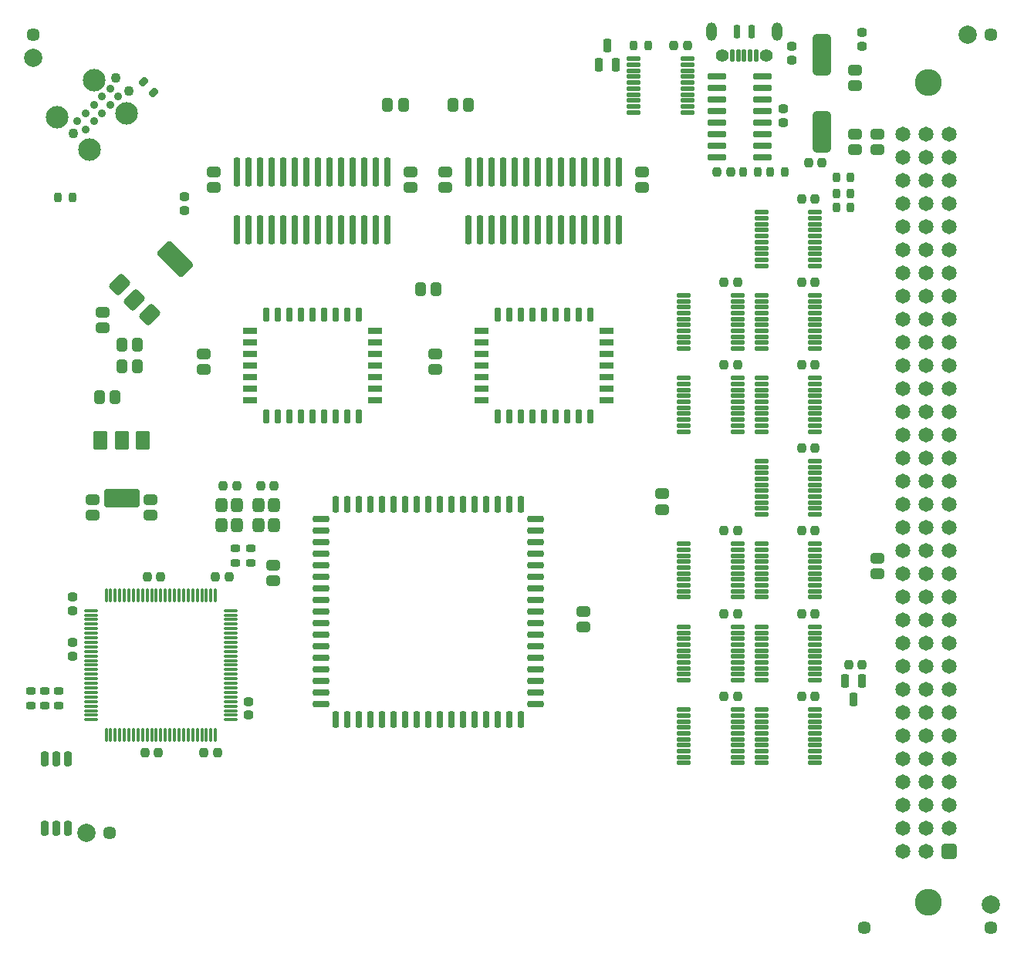
<source format=gts>
G04 #@! TF.GenerationSoftware,KiCad,Pcbnew,(6.0.2-0)*
G04 #@! TF.CreationDate,2022-05-25T21:37:05-04:00*
G04 #@! TF.ProjectId,WarpSE,57617270-5345-42e6-9b69-6361645f7063,rev?*
G04 #@! TF.SameCoordinates,Original*
G04 #@! TF.FileFunction,Soldermask,Top*
G04 #@! TF.FilePolarity,Negative*
%FSLAX46Y46*%
G04 Gerber Fmt 4.6, Leading zero omitted, Abs format (unit mm)*
G04 Created by KiCad (PCBNEW (6.0.2-0)) date 2022-05-25 21:37:05*
%MOMM*%
%LPD*%
G01*
G04 APERTURE LIST*
G04 Aperture macros list*
%AMRoundRect*
0 Rectangle with rounded corners*
0 $1 Rounding radius*
0 $2 $3 $4 $5 $6 $7 $8 $9 X,Y pos of 4 corners*
0 Add a 4 corners polygon primitive as box body*
4,1,4,$2,$3,$4,$5,$6,$7,$8,$9,$2,$3,0*
0 Add four circle primitives for the rounded corners*
1,1,$1+$1,$2,$3*
1,1,$1+$1,$4,$5*
1,1,$1+$1,$6,$7*
1,1,$1+$1,$8,$9*
0 Add four rect primitives between the rounded corners*
20,1,$1+$1,$2,$3,$4,$5,0*
20,1,$1+$1,$4,$5,$6,$7,0*
20,1,$1+$1,$6,$7,$8,$9,0*
20,1,$1+$1,$8,$9,$2,$3,0*%
G04 Aperture macros list end*
%ADD10RoundRect,0.312500X-0.437500X0.262500X-0.437500X-0.262500X0.437500X-0.262500X0.437500X0.262500X0*%
%ADD11RoundRect,0.312500X0.262500X0.437500X-0.262500X0.437500X-0.262500X-0.437500X0.262500X-0.437500X0*%
%ADD12RoundRect,0.262500X0.212500X0.262500X-0.212500X0.262500X-0.212500X-0.262500X0.212500X-0.262500X0*%
%ADD13RoundRect,0.312500X-0.262500X-0.437500X0.262500X-0.437500X0.262500X0.437500X-0.262500X0.437500X0*%
%ADD14RoundRect,0.099000X0.662500X0.075000X-0.662500X0.075000X-0.662500X-0.075000X0.662500X-0.075000X0*%
%ADD15RoundRect,0.099000X0.075000X0.662500X-0.075000X0.662500X-0.075000X-0.662500X0.075000X-0.662500X0*%
%ADD16RoundRect,0.312500X0.437500X-0.262500X0.437500X0.262500X-0.437500X0.262500X-0.437500X-0.262500X0*%
%ADD17RoundRect,0.350000X-0.176777X-0.813173X0.813173X0.176777X0.176777X0.813173X-0.813173X-0.176777X0*%
%ADD18RoundRect,0.350000X0.636396X-1.626346X1.626346X-0.636396X-0.636396X1.626346X-1.626346X0.636396X0*%
%ADD19RoundRect,0.200000X-0.150000X1.374000X-0.150000X-1.374000X0.150000X-1.374000X0.150000X1.374000X0*%
%ADD20C,2.950000*%
%ADD21RoundRect,0.299999X0.525001X0.525001X-0.525001X0.525001X-0.525001X-0.525001X0.525001X-0.525001X0*%
%ADD22C,1.650000*%
%ADD23RoundRect,0.262500X-0.212500X-0.262500X0.212500X-0.262500X0.212500X0.262500X-0.212500X0.262500X0*%
%ADD24RoundRect,0.136500X-0.612500X-0.112500X0.612500X-0.112500X0.612500X0.112500X-0.612500X0.112500X0*%
%ADD25RoundRect,0.262500X-0.262500X0.212500X-0.262500X-0.212500X0.262500X-0.212500X0.262500X0.212500X0*%
%ADD26RoundRect,0.262500X0.262500X-0.212500X0.262500X0.212500X-0.262500X0.212500X-0.262500X-0.212500X0*%
%ADD27C,2.000000*%
%ADD28C,1.448000*%
%ADD29RoundRect,0.225000X-0.300000X0.175000X-0.300000X-0.175000X0.300000X-0.175000X0.300000X0.175000X0*%
%ADD30RoundRect,0.350000X-0.300000X0.400000X-0.300000X-0.400000X0.300000X-0.400000X0.300000X0.400000X0*%
%ADD31RoundRect,0.200000X0.587500X-0.150000X0.587500X0.150000X-0.587500X0.150000X-0.587500X-0.150000X0*%
%ADD32RoundRect,0.200000X0.150000X-0.587500X0.150000X0.587500X-0.150000X0.587500X-0.150000X-0.587500X0*%
%ADD33RoundRect,0.200000X-0.150000X-0.700000X0.150000X-0.700000X0.150000X0.700000X-0.150000X0.700000X0*%
%ADD34RoundRect,0.200000X-0.700000X-0.150000X0.700000X-0.150000X0.700000X0.150000X-0.700000X0.150000X0*%
%ADD35RoundRect,0.350000X-0.450000X0.700000X-0.450000X-0.700000X0.450000X-0.700000X0.450000X0.700000X0*%
%ADD36RoundRect,0.350000X-1.600000X0.700000X-1.600000X-0.700000X1.600000X-0.700000X1.600000X0.700000X0*%
%ADD37C,2.474900*%
%ADD38C,1.090600*%
%ADD39C,0.887400*%
%ADD40RoundRect,0.120000X0.120000X0.545000X-0.120000X0.545000X-0.120000X-0.545000X0.120000X-0.545000X0*%
%ADD41O,1.170000X2.000000*%
%ADD42RoundRect,0.200000X0.150000X0.525000X-0.150000X0.525000X-0.150000X-0.525000X0.150000X-0.525000X0*%
%ADD43C,1.400000*%
%ADD44RoundRect,0.225000X0.175000X0.300000X-0.175000X0.300000X-0.175000X-0.300000X0.175000X-0.300000X0*%
%ADD45RoundRect,0.225000X0.335876X0.088388X0.088388X0.335876X-0.335876X-0.088388X-0.088388X-0.335876X0*%
%ADD46RoundRect,0.250000X-0.200000X0.475000X-0.200000X-0.475000X0.200000X-0.475000X0.200000X0.475000X0*%
%ADD47RoundRect,0.240000X0.190000X-0.572000X0.190000X0.572000X-0.190000X0.572000X-0.190000X-0.572000X0*%
%ADD48RoundRect,0.225000X-0.175000X-0.300000X0.175000X-0.300000X0.175000X0.300000X-0.175000X0.300000X0*%
%ADD49RoundRect,0.200000X0.825000X0.150000X-0.825000X0.150000X-0.825000X-0.150000X0.825000X-0.150000X0*%
%ADD50RoundRect,0.550000X-0.500000X1.750000X-0.500000X-1.750000X0.500000X-1.750000X0.500000X1.750000X0*%
%ADD51RoundRect,0.250000X0.200000X-0.475000X0.200000X0.475000X-0.200000X0.475000X-0.200000X-0.475000X0*%
G04 APERTURE END LIST*
D10*
X112903000Y-70358000D03*
X112903000Y-72058000D03*
D11*
X116649500Y-73914000D03*
X114949500Y-73914000D03*
X116649500Y-76327000D03*
X114949500Y-76327000D03*
D12*
X131700000Y-89400000D03*
X130200000Y-89400000D03*
D13*
X112550000Y-79650000D03*
X114250000Y-79650000D03*
D14*
X126912500Y-115100000D03*
X126912500Y-114600000D03*
X126912500Y-114100000D03*
X126912500Y-113600000D03*
X126912500Y-113100000D03*
X126912500Y-112600000D03*
X126912500Y-112100000D03*
X126912500Y-111600000D03*
X126912500Y-111100000D03*
X126912500Y-110600000D03*
X126912500Y-110100000D03*
X126912500Y-109600000D03*
X126912500Y-109100000D03*
X126912500Y-108600000D03*
X126912500Y-108100000D03*
X126912500Y-107600000D03*
X126912500Y-107100000D03*
X126912500Y-106600000D03*
X126912500Y-106100000D03*
X126912500Y-105600000D03*
X126912500Y-105100000D03*
X126912500Y-104600000D03*
X126912500Y-104100000D03*
X126912500Y-103600000D03*
X126912500Y-103100000D03*
D15*
X125250000Y-101437500D03*
X124750000Y-101437500D03*
X124250000Y-101437500D03*
X123750000Y-101437500D03*
X123250000Y-101437500D03*
X122750000Y-101437500D03*
X122250000Y-101437500D03*
X121750000Y-101437500D03*
X121250000Y-101437500D03*
X120750000Y-101437500D03*
X120250000Y-101437500D03*
X119750000Y-101437500D03*
X119250000Y-101437500D03*
X118750000Y-101437500D03*
X118250000Y-101437500D03*
X117750000Y-101437500D03*
X117250000Y-101437500D03*
X116750000Y-101437500D03*
X116250000Y-101437500D03*
X115750000Y-101437500D03*
X115250000Y-101437500D03*
X114750000Y-101437500D03*
X114250000Y-101437500D03*
X113750000Y-101437500D03*
X113250000Y-101437500D03*
D14*
X111587500Y-103100000D03*
X111587500Y-103600000D03*
X111587500Y-104100000D03*
X111587500Y-104600000D03*
X111587500Y-105100000D03*
X111587500Y-105600000D03*
X111587500Y-106100000D03*
X111587500Y-106600000D03*
X111587500Y-107100000D03*
X111587500Y-107600000D03*
X111587500Y-108100000D03*
X111587500Y-108600000D03*
X111587500Y-109100000D03*
X111587500Y-109600000D03*
X111587500Y-110100000D03*
X111587500Y-110600000D03*
X111587500Y-111100000D03*
X111587500Y-111600000D03*
X111587500Y-112100000D03*
X111587500Y-112600000D03*
X111587500Y-113100000D03*
X111587500Y-113600000D03*
X111587500Y-114100000D03*
X111587500Y-114600000D03*
X111587500Y-115100000D03*
D15*
X113250000Y-116762500D03*
X113750000Y-116762500D03*
X114250000Y-116762500D03*
X114750000Y-116762500D03*
X115250000Y-116762500D03*
X115750000Y-116762500D03*
X116250000Y-116762500D03*
X116750000Y-116762500D03*
X117250000Y-116762500D03*
X117750000Y-116762500D03*
X118250000Y-116762500D03*
X118750000Y-116762500D03*
X119250000Y-116762500D03*
X119750000Y-116762500D03*
X120250000Y-116762500D03*
X120750000Y-116762500D03*
X121250000Y-116762500D03*
X121750000Y-116762500D03*
X122250000Y-116762500D03*
X122750000Y-116762500D03*
X123250000Y-116762500D03*
X123750000Y-116762500D03*
X124250000Y-116762500D03*
X124750000Y-116762500D03*
X125250000Y-116762500D03*
D16*
X195453000Y-45466000D03*
X195453000Y-43766000D03*
D10*
X195453000Y-50800000D03*
X195453000Y-52500000D03*
X197866000Y-50800000D03*
X197866000Y-52500000D03*
D17*
X114746268Y-67351041D03*
X116372614Y-68977386D03*
D18*
X120827386Y-64522614D03*
D17*
X117998959Y-70603732D03*
D19*
X169545000Y-54991000D03*
X168275000Y-54991000D03*
X167005000Y-54991000D03*
X165735000Y-54991000D03*
X164465000Y-54991000D03*
X163195000Y-54991000D03*
X161925000Y-54991000D03*
X160655000Y-54991000D03*
X159385000Y-54991000D03*
X158115000Y-54991000D03*
X156845000Y-54991000D03*
X155575000Y-54991000D03*
X154305000Y-54991000D03*
X153035000Y-54991000D03*
X153035000Y-61341000D03*
X154305000Y-61341000D03*
X155575000Y-61341000D03*
X156845000Y-61341000D03*
X158115000Y-61341000D03*
X159385000Y-61341000D03*
X160655000Y-61341000D03*
X161925000Y-61341000D03*
X163195000Y-61341000D03*
X164465000Y-61341000D03*
X165735000Y-61341000D03*
X167005000Y-61341000D03*
X168275000Y-61341000D03*
X169545000Y-61341000D03*
D20*
X203500000Y-135170000D03*
X203500000Y-45170000D03*
D21*
X205740000Y-129540000D03*
D22*
X205740000Y-127000000D03*
X205740000Y-124460000D03*
X205740000Y-121920000D03*
X205740000Y-119380000D03*
X205740000Y-116840000D03*
X205740000Y-114300000D03*
X205740000Y-111760000D03*
X205740000Y-109220000D03*
X205740000Y-106680000D03*
X205740000Y-104140000D03*
X205740000Y-101600000D03*
X205740000Y-99060000D03*
X205740000Y-96520000D03*
X205740000Y-93980000D03*
X205740000Y-91440000D03*
X205740000Y-88900000D03*
X205740000Y-86360000D03*
X205740000Y-83820000D03*
X205740000Y-81280000D03*
X205740000Y-78740000D03*
X205740000Y-76200000D03*
X205740000Y-73660000D03*
X205740000Y-71120000D03*
X205740000Y-68580000D03*
X205740000Y-66040000D03*
X205740000Y-63500000D03*
X205740000Y-60960000D03*
X205740000Y-58420000D03*
X205740000Y-55880000D03*
X205740000Y-53340000D03*
X205740000Y-50800000D03*
X203200000Y-129540000D03*
X203200000Y-127000000D03*
X203200000Y-124460000D03*
X203200000Y-121920000D03*
X203200000Y-119380000D03*
X203200000Y-116840000D03*
X203200000Y-114300000D03*
X203200000Y-111760000D03*
X203200000Y-109220000D03*
X203200000Y-106680000D03*
X203200000Y-104140000D03*
X203200000Y-101600000D03*
X203200000Y-99060000D03*
X203200000Y-96520000D03*
X203200000Y-93980000D03*
X203200000Y-91440000D03*
X203200000Y-88900000D03*
X203200000Y-86360000D03*
X203200000Y-83820000D03*
X203200000Y-81280000D03*
X203200000Y-78740000D03*
X203200000Y-76200000D03*
X203200000Y-73660000D03*
X203200000Y-71120000D03*
X203200000Y-68580000D03*
X203200000Y-66040000D03*
X203200000Y-63500000D03*
X203200000Y-60960000D03*
X203200000Y-58420000D03*
X203200000Y-55880000D03*
X203200000Y-53340000D03*
X203200000Y-50800000D03*
X200660000Y-129540000D03*
X200660000Y-127000000D03*
X200660000Y-124460000D03*
X200660000Y-121920000D03*
X200660000Y-119380000D03*
X200660000Y-116840000D03*
X200660000Y-114300000D03*
X200660000Y-111760000D03*
X200660000Y-109220000D03*
X200660000Y-106680000D03*
X200660000Y-104140000D03*
X200660000Y-101600000D03*
X200660000Y-99060000D03*
X200660000Y-96520000D03*
X200660000Y-93980000D03*
X200660000Y-91440000D03*
X200660000Y-88900000D03*
X200660000Y-86360000D03*
X200660000Y-83820000D03*
X200660000Y-81280000D03*
X200660000Y-78740000D03*
X200660000Y-76200000D03*
X200660000Y-73660000D03*
X200660000Y-71120000D03*
X200660000Y-68580000D03*
X200660000Y-66040000D03*
X200660000Y-63500000D03*
X200660000Y-60960000D03*
X200660000Y-58420000D03*
X200660000Y-55880000D03*
X200660000Y-53340000D03*
X200660000Y-50800000D03*
D23*
X125250000Y-99450000D03*
X126750000Y-99450000D03*
D24*
X176650000Y-95800000D03*
X176650000Y-96450000D03*
X176650000Y-97100000D03*
X176650000Y-97750000D03*
X176650000Y-98400000D03*
X176650000Y-99050000D03*
X176650000Y-99700000D03*
X176650000Y-100350000D03*
X176650000Y-101000000D03*
X176650000Y-101650000D03*
X182550000Y-101650000D03*
X182550000Y-101000000D03*
X182550000Y-100350000D03*
X182550000Y-99700000D03*
X182550000Y-99050000D03*
X182550000Y-98400000D03*
X182550000Y-97750000D03*
X182550000Y-97100000D03*
X182550000Y-96450000D03*
X182550000Y-95800000D03*
D12*
X182550000Y-94350000D03*
X181050000Y-94350000D03*
X191050000Y-57950000D03*
X189550000Y-57950000D03*
X191050000Y-94350000D03*
X189550000Y-94350000D03*
X191050000Y-85250000D03*
X189550000Y-85250000D03*
X182550000Y-112550000D03*
X181050000Y-112550000D03*
X191050000Y-112550000D03*
X189550000Y-112550000D03*
X191050000Y-67050000D03*
X189550000Y-67050000D03*
X182550000Y-67050000D03*
X181050000Y-67050000D03*
X182550000Y-76150000D03*
X181050000Y-76150000D03*
X182550000Y-103450000D03*
X181050000Y-103450000D03*
X191050000Y-103450000D03*
X189550000Y-103450000D03*
D16*
X197866000Y-99060000D03*
X197866000Y-97360000D03*
D10*
X131572000Y-98171000D03*
X131572000Y-99871000D03*
X165608000Y-103251000D03*
X165608000Y-104951000D03*
D24*
X176650000Y-68500000D03*
X176650000Y-69150000D03*
X176650000Y-69800000D03*
X176650000Y-70450000D03*
X176650000Y-71100000D03*
X176650000Y-71750000D03*
X176650000Y-72400000D03*
X176650000Y-73050000D03*
X176650000Y-73700000D03*
X176650000Y-74350000D03*
X182550000Y-74350000D03*
X182550000Y-73700000D03*
X182550000Y-73050000D03*
X182550000Y-72400000D03*
X182550000Y-71750000D03*
X182550000Y-71100000D03*
X182550000Y-70450000D03*
X182550000Y-69800000D03*
X182550000Y-69150000D03*
X182550000Y-68500000D03*
X176650000Y-77600000D03*
X176650000Y-78250000D03*
X176650000Y-78900000D03*
X176650000Y-79550000D03*
X176650000Y-80200000D03*
X176650000Y-80850000D03*
X176650000Y-81500000D03*
X176650000Y-82150000D03*
X176650000Y-82800000D03*
X176650000Y-83450000D03*
X182550000Y-83450000D03*
X182550000Y-82800000D03*
X182550000Y-82150000D03*
X182550000Y-81500000D03*
X182550000Y-80850000D03*
X182550000Y-80200000D03*
X182550000Y-79550000D03*
X182550000Y-78900000D03*
X182550000Y-78250000D03*
X182550000Y-77600000D03*
X185150000Y-59400000D03*
X185150000Y-60050000D03*
X185150000Y-60700000D03*
X185150000Y-61350000D03*
X185150000Y-62000000D03*
X185150000Y-62650000D03*
X185150000Y-63300000D03*
X185150000Y-63950000D03*
X185150000Y-64600000D03*
X185150000Y-65250000D03*
X191050000Y-65250000D03*
X191050000Y-64600000D03*
X191050000Y-63950000D03*
X191050000Y-63300000D03*
X191050000Y-62650000D03*
X191050000Y-62000000D03*
X191050000Y-61350000D03*
X191050000Y-60700000D03*
X191050000Y-60050000D03*
X191050000Y-59400000D03*
X185150000Y-68500000D03*
X185150000Y-69150000D03*
X185150000Y-69800000D03*
X185150000Y-70450000D03*
X185150000Y-71100000D03*
X185150000Y-71750000D03*
X185150000Y-72400000D03*
X185150000Y-73050000D03*
X185150000Y-73700000D03*
X185150000Y-74350000D03*
X191050000Y-74350000D03*
X191050000Y-73700000D03*
X191050000Y-73050000D03*
X191050000Y-72400000D03*
X191050000Y-71750000D03*
X191050000Y-71100000D03*
X191050000Y-70450000D03*
X191050000Y-69800000D03*
X191050000Y-69150000D03*
X191050000Y-68500000D03*
X185150000Y-86700000D03*
X185150000Y-87350000D03*
X185150000Y-88000000D03*
X185150000Y-88650000D03*
X185150000Y-89300000D03*
X185150000Y-89950000D03*
X185150000Y-90600000D03*
X185150000Y-91250000D03*
X185150000Y-91900000D03*
X185150000Y-92550000D03*
X191050000Y-92550000D03*
X191050000Y-91900000D03*
X191050000Y-91250000D03*
X191050000Y-90600000D03*
X191050000Y-89950000D03*
X191050000Y-89300000D03*
X191050000Y-88650000D03*
X191050000Y-88000000D03*
X191050000Y-87350000D03*
X191050000Y-86700000D03*
X185150000Y-77600000D03*
X185150000Y-78250000D03*
X185150000Y-78900000D03*
X185150000Y-79550000D03*
X185150000Y-80200000D03*
X185150000Y-80850000D03*
X185150000Y-81500000D03*
X185150000Y-82150000D03*
X185150000Y-82800000D03*
X185150000Y-83450000D03*
X191050000Y-83450000D03*
X191050000Y-82800000D03*
X191050000Y-82150000D03*
X191050000Y-81500000D03*
X191050000Y-80850000D03*
X191050000Y-80200000D03*
X191050000Y-79550000D03*
X191050000Y-78900000D03*
X191050000Y-78250000D03*
X191050000Y-77600000D03*
X176650000Y-104900000D03*
X176650000Y-105550000D03*
X176650000Y-106200000D03*
X176650000Y-106850000D03*
X176650000Y-107500000D03*
X176650000Y-108150000D03*
X176650000Y-108800000D03*
X176650000Y-109450000D03*
X176650000Y-110100000D03*
X176650000Y-110750000D03*
X182550000Y-110750000D03*
X182550000Y-110100000D03*
X182550000Y-109450000D03*
X182550000Y-108800000D03*
X182550000Y-108150000D03*
X182550000Y-107500000D03*
X182550000Y-106850000D03*
X182550000Y-106200000D03*
X182550000Y-105550000D03*
X182550000Y-104900000D03*
X176650000Y-114000000D03*
X176650000Y-114650000D03*
X176650000Y-115300000D03*
X176650000Y-115950000D03*
X176650000Y-116600000D03*
X176650000Y-117250000D03*
X176650000Y-117900000D03*
X176650000Y-118550000D03*
X176650000Y-119200000D03*
X176650000Y-119850000D03*
X182550000Y-119850000D03*
X182550000Y-119200000D03*
X182550000Y-118550000D03*
X182550000Y-117900000D03*
X182550000Y-117250000D03*
X182550000Y-116600000D03*
X182550000Y-115950000D03*
X182550000Y-115300000D03*
X182550000Y-114650000D03*
X182550000Y-114000000D03*
X185150000Y-95800000D03*
X185150000Y-96450000D03*
X185150000Y-97100000D03*
X185150000Y-97750000D03*
X185150000Y-98400000D03*
X185150000Y-99050000D03*
X185150000Y-99700000D03*
X185150000Y-100350000D03*
X185150000Y-101000000D03*
X185150000Y-101650000D03*
X191050000Y-101650000D03*
X191050000Y-101000000D03*
X191050000Y-100350000D03*
X191050000Y-99700000D03*
X191050000Y-99050000D03*
X191050000Y-98400000D03*
X191050000Y-97750000D03*
X191050000Y-97100000D03*
X191050000Y-96450000D03*
X191050000Y-95800000D03*
X185150000Y-104900000D03*
X185150000Y-105550000D03*
X185150000Y-106200000D03*
X185150000Y-106850000D03*
X185150000Y-107500000D03*
X185150000Y-108150000D03*
X185150000Y-108800000D03*
X185150000Y-109450000D03*
X185150000Y-110100000D03*
X185150000Y-110750000D03*
X191050000Y-110750000D03*
X191050000Y-110100000D03*
X191050000Y-109450000D03*
X191050000Y-108800000D03*
X191050000Y-108150000D03*
X191050000Y-107500000D03*
X191050000Y-106850000D03*
X191050000Y-106200000D03*
X191050000Y-105550000D03*
X191050000Y-104900000D03*
X185150000Y-114000000D03*
X185150000Y-114650000D03*
X185150000Y-115300000D03*
X185150000Y-115950000D03*
X185150000Y-116600000D03*
X185150000Y-117250000D03*
X185150000Y-117900000D03*
X185150000Y-118550000D03*
X185150000Y-119200000D03*
X185150000Y-119850000D03*
X191050000Y-119850000D03*
X191050000Y-119200000D03*
X191050000Y-118550000D03*
X191050000Y-117900000D03*
X191050000Y-117250000D03*
X191050000Y-116600000D03*
X191050000Y-115950000D03*
X191050000Y-115300000D03*
X191050000Y-114650000D03*
X191050000Y-114000000D03*
D19*
X144145000Y-54991000D03*
X142875000Y-54991000D03*
X141605000Y-54991000D03*
X140335000Y-54991000D03*
X139065000Y-54991000D03*
X137795000Y-54991000D03*
X136525000Y-54991000D03*
X135255000Y-54991000D03*
X133985000Y-54991000D03*
X132715000Y-54991000D03*
X131445000Y-54991000D03*
X130175000Y-54991000D03*
X128905000Y-54991000D03*
X127635000Y-54991000D03*
X127635000Y-61341000D03*
X128905000Y-61341000D03*
X130175000Y-61341000D03*
X131445000Y-61341000D03*
X132715000Y-61341000D03*
X133985000Y-61341000D03*
X135255000Y-61341000D03*
X136525000Y-61341000D03*
X137795000Y-61341000D03*
X139065000Y-61341000D03*
X140335000Y-61341000D03*
X141605000Y-61341000D03*
X142875000Y-61341000D03*
X144145000Y-61341000D03*
D12*
X127600000Y-89400000D03*
X126100000Y-89400000D03*
D23*
X124000000Y-118750000D03*
X125500000Y-118750000D03*
D25*
X109600000Y-106600000D03*
X109600000Y-108100000D03*
D12*
X119000000Y-118750000D03*
X117500000Y-118750000D03*
X119250000Y-99450000D03*
X117750000Y-99450000D03*
D25*
X128900000Y-113100000D03*
X128900000Y-114600000D03*
D26*
X109600000Y-103100000D03*
X109600000Y-101600000D03*
D27*
X105283000Y-42418000D03*
X207772000Y-39878000D03*
X210312000Y-135382000D03*
X111125000Y-127508000D03*
D28*
X105283000Y-39878000D03*
X210312000Y-39878000D03*
X210312000Y-137922000D03*
X196469000Y-137922000D03*
X113665000Y-127508000D03*
D29*
X129150000Y-96300000D03*
X129150000Y-97900000D03*
X127450000Y-96300000D03*
X127450000Y-97900000D03*
X106553000Y-111976000D03*
X106553000Y-113576000D03*
X108077000Y-111976000D03*
X108077000Y-113576000D03*
D30*
X130000000Y-91500000D03*
X130000000Y-93700000D03*
X131700000Y-93700000D03*
X131700000Y-91500000D03*
X125900000Y-91500000D03*
X125900000Y-93700000D03*
X127600000Y-93700000D03*
X127600000Y-91500000D03*
D31*
X129052500Y-76200000D03*
X129052500Y-77470000D03*
X129052500Y-78740000D03*
X129052500Y-80010000D03*
D32*
X130810000Y-81762500D03*
X132080000Y-81762500D03*
X133350000Y-81762500D03*
X134620000Y-81762500D03*
X135890000Y-81762500D03*
X137160000Y-81762500D03*
X138430000Y-81762500D03*
X139700000Y-81762500D03*
X140970000Y-81762500D03*
D31*
X142727500Y-80010000D03*
X142727500Y-78740000D03*
X142727500Y-77470000D03*
X142727500Y-76200000D03*
X142727500Y-74930000D03*
X142727500Y-73660000D03*
X142727500Y-72390000D03*
D32*
X140970000Y-70637500D03*
X139700000Y-70637500D03*
X138430000Y-70637500D03*
X137160000Y-70637500D03*
X135890000Y-70637500D03*
X134620000Y-70637500D03*
X133350000Y-70637500D03*
X132080000Y-70637500D03*
X130810000Y-70637500D03*
D31*
X129052500Y-72390000D03*
X129052500Y-73660000D03*
X129052500Y-74930000D03*
X154452500Y-76200000D03*
X154452500Y-77470000D03*
X154452500Y-78740000D03*
X154452500Y-80010000D03*
D32*
X156210000Y-81762500D03*
X157480000Y-81762500D03*
X158750000Y-81762500D03*
X160020000Y-81762500D03*
X161290000Y-81762500D03*
X162560000Y-81762500D03*
X163830000Y-81762500D03*
X165100000Y-81762500D03*
X166370000Y-81762500D03*
D31*
X168127500Y-80010000D03*
X168127500Y-78740000D03*
X168127500Y-77470000D03*
X168127500Y-76200000D03*
X168127500Y-74930000D03*
X168127500Y-73660000D03*
X168127500Y-72390000D03*
D32*
X166370000Y-70637500D03*
X165100000Y-70637500D03*
X163830000Y-70637500D03*
X162560000Y-70637500D03*
X161290000Y-70637500D03*
X160020000Y-70637500D03*
X158750000Y-70637500D03*
X157480000Y-70637500D03*
X156210000Y-70637500D03*
D31*
X154452500Y-72390000D03*
X154452500Y-73660000D03*
X154452500Y-74930000D03*
D33*
X148590000Y-91451000D03*
X147320000Y-91451000D03*
X146050000Y-91451000D03*
X144780000Y-91451000D03*
X143510000Y-91451000D03*
X142240000Y-91451000D03*
X140970000Y-91451000D03*
X139700000Y-91451000D03*
X138430000Y-91451000D03*
D34*
X136790000Y-93091000D03*
X136790000Y-94361000D03*
X136790000Y-95631000D03*
X136790000Y-96901000D03*
X136790000Y-98171000D03*
X136790000Y-99441000D03*
X136790000Y-100711000D03*
X136790000Y-101981000D03*
X136790000Y-103251000D03*
X136790000Y-104521000D03*
X136790000Y-105791000D03*
X136790000Y-107061000D03*
X136790000Y-108331000D03*
X136790000Y-109601000D03*
X136790000Y-110871000D03*
X136790000Y-112141000D03*
X136790000Y-113411000D03*
D33*
X138430000Y-115051000D03*
X139700000Y-115051000D03*
X140970000Y-115051000D03*
X142240000Y-115051000D03*
X143510000Y-115051000D03*
X144780000Y-115051000D03*
X146050000Y-115051000D03*
X147320000Y-115051000D03*
X148590000Y-115051000D03*
X149860000Y-115051000D03*
X151130000Y-115051000D03*
X152400000Y-115051000D03*
X153670000Y-115051000D03*
X154940000Y-115051000D03*
X156210000Y-115051000D03*
X157480000Y-115051000D03*
X158750000Y-115051000D03*
D34*
X160390000Y-113411000D03*
X160390000Y-112141000D03*
X160390000Y-110871000D03*
X160390000Y-109601000D03*
X160390000Y-108331000D03*
X160390000Y-107061000D03*
X160390000Y-105791000D03*
X160390000Y-104521000D03*
X160390000Y-103251000D03*
X160390000Y-101981000D03*
X160390000Y-100711000D03*
X160390000Y-99441000D03*
X160390000Y-98171000D03*
X160390000Y-96901000D03*
X160390000Y-95631000D03*
X160390000Y-94361000D03*
X160390000Y-93091000D03*
D33*
X158750000Y-91451000D03*
X157480000Y-91451000D03*
X156210000Y-91451000D03*
X154940000Y-91451000D03*
X153670000Y-91451000D03*
X152400000Y-91451000D03*
X151130000Y-91451000D03*
X149860000Y-91451000D03*
D35*
X117250000Y-84450000D03*
X114950000Y-84450000D03*
D36*
X114950000Y-90750000D03*
D35*
X112650000Y-84450000D03*
D10*
X111800000Y-90950000D03*
X111800000Y-92650000D03*
X118100000Y-90950000D03*
X118100000Y-92650000D03*
X123952000Y-74930000D03*
X123952000Y-76630000D03*
X149352000Y-74930000D03*
X149352000Y-76630000D03*
X172085000Y-54991000D03*
X172085000Y-56691000D03*
X125095000Y-54991000D03*
X125095000Y-56691000D03*
X146685000Y-54991000D03*
X146685000Y-56691000D03*
X150495000Y-54991000D03*
X150495000Y-56691000D03*
D12*
X191050000Y-76150000D03*
X189550000Y-76150000D03*
D37*
X111447012Y-52537064D03*
D38*
X109650961Y-50741013D03*
X114320694Y-44634439D03*
D37*
X111896025Y-44903846D03*
X107854910Y-48944962D03*
X115488128Y-48495949D03*
D38*
X115757535Y-46071280D03*
D39*
X110998000Y-50292000D03*
X111896025Y-49393974D03*
X112794051Y-48495949D03*
X113692076Y-47597923D03*
X114590102Y-46699898D03*
X113692076Y-45801872D03*
X112794051Y-46699898D03*
X111896025Y-47597923D03*
X110998000Y-48495949D03*
X110099974Y-49393974D03*
D40*
X184550000Y-42187500D03*
X183900000Y-42187500D03*
X183250000Y-42187500D03*
X182600000Y-42187500D03*
X181950000Y-42187500D03*
D41*
X179650000Y-39562500D03*
X186850000Y-39562500D03*
D42*
X182450000Y-39537500D03*
D43*
X185675000Y-42212500D03*
X180825000Y-42212500D03*
D42*
X184050000Y-39537500D03*
D44*
X109550000Y-57750000D03*
X107950000Y-57750000D03*
D45*
X118479370Y-46216370D03*
X117348000Y-45085000D03*
D46*
X196200000Y-110800000D03*
X194300000Y-110800000D03*
X195250000Y-112900000D03*
D47*
X106553000Y-127000000D03*
X107823000Y-127000000D03*
X109093000Y-127000000D03*
X109093000Y-119380000D03*
X107823000Y-119380000D03*
X106553000Y-119380000D03*
D29*
X105029000Y-111976000D03*
X105029000Y-113576000D03*
D26*
X187579000Y-49530000D03*
X187579000Y-48030000D03*
D12*
X191800000Y-53900000D03*
X190300000Y-53900000D03*
D44*
X172750000Y-41050000D03*
X171150000Y-41050000D03*
D48*
X186106000Y-54991000D03*
X187706000Y-54991000D03*
D44*
X194950000Y-58850000D03*
X193350000Y-58850000D03*
D24*
X171150000Y-42550000D03*
X171150000Y-43200000D03*
X171150000Y-43850000D03*
X171150000Y-44500000D03*
X171150000Y-45150000D03*
X171150000Y-45800000D03*
X171150000Y-46450000D03*
X171150000Y-47100000D03*
X171150000Y-47750000D03*
X171150000Y-48400000D03*
X177050000Y-48400000D03*
X177050000Y-47750000D03*
X177050000Y-47100000D03*
X177050000Y-46450000D03*
X177050000Y-45800000D03*
X177050000Y-45150000D03*
X177050000Y-44500000D03*
X177050000Y-43850000D03*
X177050000Y-43200000D03*
X177050000Y-42550000D03*
D12*
X196200000Y-109050000D03*
X194700000Y-109050000D03*
D10*
X174250000Y-90300000D03*
X174250000Y-92000000D03*
D48*
X183159500Y-54991000D03*
X184759500Y-54991000D03*
D49*
X185228000Y-53340000D03*
X185228000Y-52070000D03*
X185228000Y-50800000D03*
X185228000Y-49530000D03*
X185228000Y-48260000D03*
X185228000Y-46990000D03*
X185228000Y-45720000D03*
X185228000Y-44450000D03*
X180278000Y-44450000D03*
X180278000Y-45720000D03*
X180278000Y-46990000D03*
X180278000Y-48260000D03*
X180278000Y-49530000D03*
X180278000Y-50800000D03*
X180278000Y-52070000D03*
X180278000Y-53340000D03*
D23*
X180276500Y-54991000D03*
X181776500Y-54991000D03*
D50*
X191800000Y-42050000D03*
X191800000Y-50550000D03*
D51*
X167300000Y-43150000D03*
X169200000Y-43150000D03*
X168250000Y-41050000D03*
D44*
X194950000Y-57350000D03*
X193350000Y-57350000D03*
D26*
X188450000Y-42650000D03*
X188450000Y-41150000D03*
D12*
X177050000Y-41050000D03*
X175550000Y-41050000D03*
D25*
X121850000Y-57700000D03*
X121850000Y-59200000D03*
X196200000Y-39650000D03*
X196200000Y-41150000D03*
D44*
X194950000Y-55550000D03*
X193350000Y-55550000D03*
D13*
X144145000Y-47625000D03*
X145845000Y-47625000D03*
D11*
X153035000Y-47625000D03*
X151335000Y-47625000D03*
D13*
X147750000Y-67850000D03*
X149450000Y-67850000D03*
M02*

</source>
